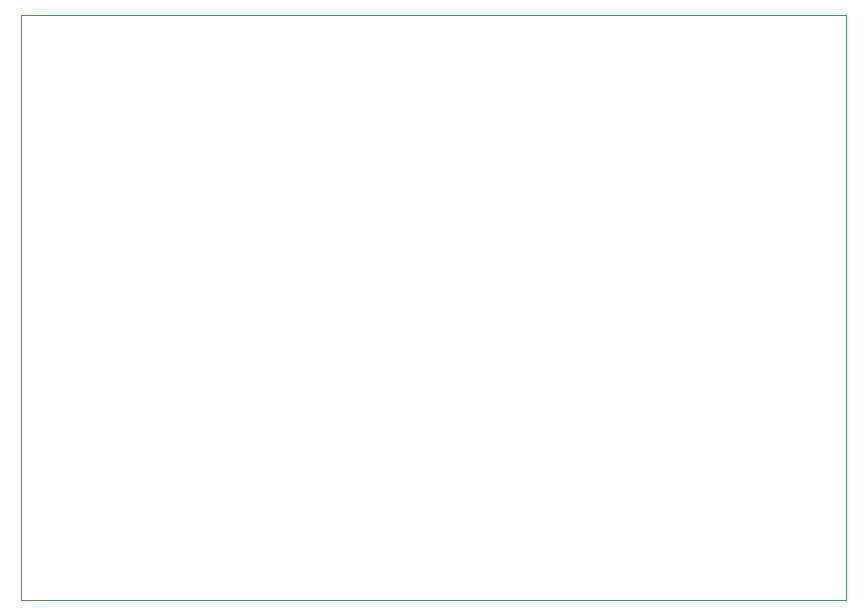
<source format=gbr>
G04 #@! TF.GenerationSoftware,KiCad,Pcbnew,(5.1.2-1)-1*
G04 #@! TF.CreationDate,2019-07-02T22:52:59+10:00*
G04 #@! TF.ProjectId,pcb_combined,7063625f-636f-46d6-9269-6e65642e6b69,rev?*
G04 #@! TF.SameCoordinates,Original*
G04 #@! TF.FileFunction,Profile,NP*
%FSLAX46Y46*%
G04 Gerber Fmt 4.6, Leading zero omitted, Abs format (unit mm)*
G04 Created by KiCad (PCBNEW (5.1.2-1)-1) date 2019-07-02 22:52:59*
%MOMM*%
%LPD*%
G04 APERTURE LIST*
%ADD10C,0.050000*%
G04 APERTURE END LIST*
D10*
X107950000Y-29210000D02*
X38100000Y-29210000D01*
X107950000Y-78740000D02*
X107950000Y-29210000D01*
X38100000Y-78740000D02*
X107950000Y-78740000D01*
X38100000Y-29210000D02*
X38100000Y-78740000D01*
M02*

</source>
